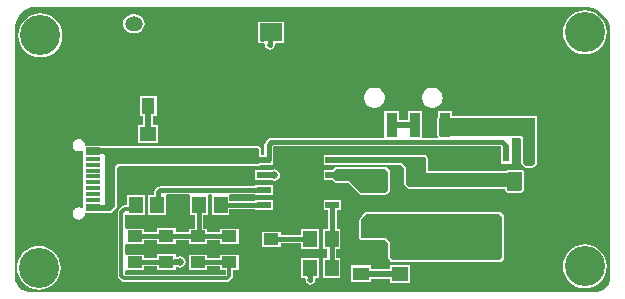
<source format=gtl>
G04*
G04 #@! TF.GenerationSoftware,Altium Limited,Altium Designer,20.0.13 (296)*
G04*
G04 Layer_Physical_Order=1*
G04 Layer_Color=255*
%FSLAX25Y25*%
%MOIN*%
G70*
G01*
G75*
%ADD16R,0.08346X0.05512*%
%ADD17R,0.02362X0.05709*%
%ADD18R,0.03622X0.07874*%
%ADD19R,0.13780X0.07874*%
%ADD20R,0.04331X0.05512*%
%ADD21R,0.05512X0.04331*%
%ADD22R,0.05512X0.04724*%
%ADD23R,0.04921X0.03937*%
%ADD24R,0.04724X0.05512*%
%ADD25R,0.09449X0.12992*%
%ADD26R,0.04724X0.02362*%
%ADD27R,0.07480X0.05906*%
%ADD48R,0.05118X0.01181*%
%ADD49C,0.01300*%
%ADD50C,0.01500*%
%ADD51C,0.02000*%
%ADD52O,0.06000X0.05000*%
%ADD53C,0.07087*%
%ADD54O,0.07087X0.03937*%
%ADD55O,0.07874X0.03937*%
%ADD56C,0.02000*%
%ADD57C,0.13386*%
%ADD58C,0.02500*%
G36*
X12000Y1000D02*
X194500Y1000D01*
X195362Y975D01*
X197043Y591D01*
X198616Y-114D01*
X200022Y-1113D01*
X201206Y-2366D01*
X202123Y-3827D01*
X202737Y-5438D01*
X203025Y-7138D01*
X203000Y-8000D01*
X203000D01*
Y-89000D01*
Y-89492D01*
X202808Y-90459D01*
X202431Y-91368D01*
X201884Y-92187D01*
X201187Y-92884D01*
X200368Y-93431D01*
X199459Y-93808D01*
X198493Y-94000D01*
X9500D01*
X9008Y-94000D01*
X8042Y-93808D01*
X7132Y-93431D01*
X6313Y-92884D01*
X5616Y-92187D01*
X5069Y-91368D01*
X4692Y-90459D01*
X4500Y-89492D01*
Y-89000D01*
X4500D01*
X4500Y-6000D01*
X4525Y-5286D01*
X4851Y-3895D01*
X5443Y-2594D01*
X6278Y-1434D01*
X7323Y-459D01*
X8537Y293D01*
X9876Y794D01*
X11286Y1025D01*
X12000Y1000D01*
D02*
G37*
%LPC*%
G36*
X44600Y-1473D02*
X43600D01*
X42791Y-1580D01*
X42037Y-1892D01*
X41389Y-2389D01*
X40892Y-3037D01*
X40580Y-3791D01*
X40473Y-4600D01*
X40580Y-5409D01*
X40892Y-6163D01*
X41389Y-6811D01*
X42037Y-7308D01*
X42791Y-7620D01*
X43600Y-7727D01*
X44600D01*
X45409Y-7620D01*
X46163Y-7308D01*
X46811Y-6811D01*
X47308Y-6163D01*
X47620Y-5409D01*
X47727Y-4600D01*
X47620Y-3791D01*
X47308Y-3037D01*
X46811Y-2389D01*
X46163Y-1892D01*
X45409Y-1580D01*
X44600Y-1473D01*
D02*
G37*
G36*
X94188Y-3947D02*
X85508D01*
Y-9570D01*
X85481Y-9703D01*
X85508Y-9836D01*
Y-11053D01*
X86725D01*
X86858Y-11079D01*
X86991Y-11053D01*
X87583D01*
X87901Y-11439D01*
X87869Y-11600D01*
X87993Y-12224D01*
X88346Y-12754D01*
X88876Y-13107D01*
X89500Y-13231D01*
X90124Y-13107D01*
X90654Y-12754D01*
X91007Y-12224D01*
X91131Y-11600D01*
X91099Y-11439D01*
X91417Y-11053D01*
X94188D01*
Y-3947D01*
D02*
G37*
G36*
X194500Y-172D02*
X193070Y-313D01*
X191696Y-730D01*
X190429Y-1407D01*
X189318Y-2318D01*
X188407Y-3429D01*
X187730Y-4696D01*
X187313Y-6070D01*
X187172Y-7500D01*
X187313Y-8930D01*
X187730Y-10304D01*
X188407Y-11571D01*
X189318Y-12682D01*
X190429Y-13593D01*
X191696Y-14270D01*
X193070Y-14687D01*
X194500Y-14828D01*
X195930Y-14687D01*
X197304Y-14270D01*
X198571Y-13593D01*
X199682Y-12682D01*
X200593Y-11571D01*
X201270Y-10304D01*
X201687Y-8930D01*
X201828Y-7500D01*
X201687Y-6070D01*
X201270Y-4696D01*
X200593Y-3429D01*
X199682Y-2318D01*
X198571Y-1407D01*
X197304Y-730D01*
X195930Y-313D01*
X194500Y-172D01*
D02*
G37*
G36*
X13000Y-1172D02*
X11570Y-1313D01*
X10196Y-1730D01*
X8929Y-2407D01*
X7818Y-3318D01*
X6907Y-4429D01*
X6230Y-5696D01*
X5813Y-7070D01*
X5672Y-8500D01*
X5813Y-9930D01*
X6230Y-11304D01*
X6907Y-12571D01*
X7818Y-13682D01*
X8929Y-14593D01*
X10196Y-15270D01*
X11570Y-15687D01*
X13000Y-15828D01*
X14430Y-15687D01*
X15804Y-15270D01*
X17071Y-14593D01*
X18182Y-13682D01*
X19093Y-12571D01*
X19770Y-11304D01*
X20187Y-9930D01*
X20328Y-8500D01*
X20187Y-7070D01*
X19770Y-5696D01*
X19093Y-4429D01*
X18182Y-3318D01*
X17071Y-2407D01*
X15804Y-1730D01*
X14430Y-1313D01*
X13000Y-1172D01*
D02*
G37*
G36*
X144009Y-25882D02*
X143283D01*
X143202Y-25916D01*
X143115Y-25904D01*
X142414Y-26092D01*
X142345Y-26146D01*
X142258Y-26157D01*
X141629Y-26520D01*
X141576Y-26590D01*
X141495Y-26623D01*
X140981Y-27136D01*
X140948Y-27217D01*
X140878Y-27271D01*
X140515Y-27899D01*
X140504Y-27986D01*
X140451Y-28056D01*
X140263Y-28757D01*
X140274Y-28844D01*
X140241Y-28925D01*
Y-29650D01*
X140274Y-29732D01*
X140263Y-29818D01*
X140451Y-30519D01*
X140504Y-30589D01*
X140515Y-30676D01*
X140878Y-31304D01*
X140948Y-31358D01*
X140981Y-31439D01*
X141495Y-31952D01*
X141576Y-31986D01*
X141629Y-32055D01*
X142257Y-32418D01*
X142345Y-32430D01*
X142414Y-32483D01*
X143115Y-32671D01*
X143202Y-32659D01*
X143283Y-32693D01*
X144009D01*
X144090Y-32659D01*
X144177Y-32671D01*
X144878Y-32483D01*
X144948Y-32430D01*
X145034Y-32418D01*
X145663Y-32055D01*
X145716Y-31986D01*
X145797Y-31952D01*
X146310Y-31439D01*
X146344Y-31358D01*
X146414Y-31304D01*
X146776Y-30676D01*
X146788Y-30589D01*
X146841Y-30519D01*
X147029Y-29818D01*
X147018Y-29732D01*
X147051Y-29650D01*
Y-28925D01*
X147018Y-28844D01*
X147029Y-28757D01*
X146841Y-28056D01*
X146788Y-27986D01*
X146776Y-27899D01*
X146414Y-27271D01*
X146344Y-27217D01*
X146310Y-27136D01*
X145797Y-26623D01*
X145716Y-26590D01*
X145663Y-26520D01*
X145035Y-26157D01*
X144948Y-26146D01*
X144878Y-26092D01*
X144177Y-25904D01*
X144090Y-25916D01*
X144009Y-25882D01*
D02*
G37*
G36*
X124717D02*
X123991D01*
X123910Y-25916D01*
X123823Y-25904D01*
X123122Y-26092D01*
X123053Y-26146D01*
X122966Y-26157D01*
X122337Y-26520D01*
X122284Y-26590D01*
X122203Y-26623D01*
X121689Y-27136D01*
X121656Y-27217D01*
X121586Y-27271D01*
X121223Y-27899D01*
X121212Y-27986D01*
X121159Y-28056D01*
X120971Y-28757D01*
X120982Y-28844D01*
X120949Y-28925D01*
Y-29650D01*
X120982Y-29732D01*
X120971Y-29818D01*
X121159Y-30519D01*
X121212Y-30589D01*
X121223Y-30676D01*
X121586Y-31304D01*
X121656Y-31358D01*
X121689Y-31439D01*
X122203Y-31952D01*
X122284Y-31986D01*
X122337Y-32055D01*
X122966Y-32418D01*
X123053Y-32430D01*
X123122Y-32483D01*
X123823Y-32671D01*
X123910Y-32659D01*
X123991Y-32693D01*
X124717D01*
X124798Y-32659D01*
X124885Y-32671D01*
X125586Y-32483D01*
X125655Y-32430D01*
X125742Y-32418D01*
X126371Y-32055D01*
X126424Y-31986D01*
X126505Y-31952D01*
X127018Y-31439D01*
X127052Y-31358D01*
X127122Y-31304D01*
X127485Y-30676D01*
X127496Y-30589D01*
X127549Y-30519D01*
X127737Y-29818D01*
X127726Y-29732D01*
X127759Y-29650D01*
Y-28925D01*
X127726Y-28844D01*
X127737Y-28757D01*
X127549Y-28056D01*
X127496Y-27986D01*
X127485Y-27899D01*
X127122Y-27271D01*
X127052Y-27217D01*
X127018Y-27136D01*
X126505Y-26623D01*
X126424Y-26590D01*
X126371Y-26520D01*
X125742Y-26157D01*
X125655Y-26146D01*
X125586Y-26092D01*
X124885Y-25904D01*
X124798Y-25916D01*
X124717Y-25882D01*
D02*
G37*
G36*
X150190Y-33810D02*
X145368D01*
Y-35958D01*
X145351Y-36000D01*
Y-42000D01*
X145368Y-42042D01*
Y-42624D01*
X140348D01*
Y-33810D01*
X135526D01*
Y-36715D01*
X132474D01*
Y-33810D01*
X127652D01*
Y-42624D01*
X89946D01*
X89420Y-42728D01*
X88973Y-43027D01*
X88094Y-43905D01*
X87796Y-44352D01*
X87691Y-44879D01*
Y-48219D01*
X86649D01*
Y-46500D01*
X86459Y-46041D01*
X85959Y-45541D01*
X85500Y-45351D01*
X85500Y-45351D01*
X34500D01*
X34500Y-45351D01*
X33573D01*
Y-45270D01*
X27795D01*
Y-44848D01*
X27745Y-44728D01*
Y-44599D01*
X27536Y-44093D01*
X27444Y-44002D01*
X27395Y-43882D01*
X27007Y-43495D01*
X26888Y-43445D01*
X26796Y-43354D01*
X26290Y-43144D01*
X26161D01*
X26041Y-43095D01*
X25493D01*
X25374Y-43144D01*
X25245D01*
X24738Y-43354D01*
X24647Y-43445D01*
X24528Y-43494D01*
X24140Y-43882D01*
X24091Y-44001D01*
X23999Y-44093D01*
X23789Y-44599D01*
Y-44729D01*
X23740Y-44848D01*
Y-45396D01*
X23789Y-45515D01*
Y-45645D01*
X23999Y-46151D01*
X24091Y-46242D01*
X24140Y-46362D01*
X24528Y-46749D01*
X24647Y-46799D01*
X24738Y-46890D01*
X25245Y-47100D01*
X25374D01*
X25493Y-47149D01*
X26041D01*
X26161Y-47100D01*
X26290D01*
X26754Y-46908D01*
X27015Y-47001D01*
X27181Y-47084D01*
X27254Y-47156D01*
Y-52770D01*
Y-56707D01*
Y-60644D01*
Y-64581D01*
X27255D01*
Y-65845D01*
X27181Y-65916D01*
X27015Y-66000D01*
X26755Y-66092D01*
X26290Y-65900D01*
X26161D01*
X26041Y-65851D01*
X25493D01*
X25374Y-65900D01*
X25245D01*
X24738Y-66110D01*
X24647Y-66201D01*
X24528Y-66250D01*
X24140Y-66638D01*
X24091Y-66758D01*
X23999Y-66849D01*
X23789Y-67355D01*
Y-67485D01*
X23740Y-67604D01*
Y-68152D01*
X23789Y-68271D01*
Y-68401D01*
X23999Y-68907D01*
X24091Y-68998D01*
X24140Y-69118D01*
X24528Y-69505D01*
X24647Y-69555D01*
X24738Y-69646D01*
X25245Y-69856D01*
X25374D01*
X25493Y-69905D01*
X26041D01*
X26161Y-69856D01*
X26290D01*
X26796Y-69646D01*
X26888Y-69555D01*
X27007Y-69505D01*
X27395Y-69118D01*
X27444Y-68998D01*
X27536Y-68907D01*
X27745Y-68401D01*
Y-68271D01*
X27795Y-68152D01*
Y-67729D01*
X33573D01*
Y-67649D01*
X36500D01*
X36959Y-67459D01*
X38459Y-65959D01*
X38649Y-65500D01*
Y-52600D01*
X39100Y-52149D01*
X39500D01*
X85500D01*
X85959Y-51959D01*
X86137Y-51781D01*
X90418D01*
Y-49702D01*
X90444Y-49569D01*
X90444Y-49569D01*
Y-45449D01*
X90517Y-45376D01*
X166380D01*
X166452Y-45449D01*
Y-47443D01*
X166479Y-47576D01*
Y-51328D01*
X170041D01*
Y-44420D01*
Y-42859D01*
X170251Y-42649D01*
X172900D01*
X173351Y-43100D01*
X173351Y-51000D01*
X173541Y-51459D01*
X174541Y-52459D01*
X175000Y-52649D01*
X177000Y-52649D01*
X177459Y-52459D01*
X177459Y-52459D01*
X177459Y-52459D01*
X178459Y-51459D01*
X178567Y-51199D01*
X178649Y-51000D01*
Y-50750D01*
X178649Y-50750D01*
Y-43500D01*
X178649Y-36000D01*
X178459Y-35541D01*
X178000Y-35351D01*
X177500D01*
X177500Y-35351D01*
X177500Y-35351D01*
X150190Y-35351D01*
Y-33810D01*
D02*
G37*
G36*
X51765Y-28644D02*
X46235D01*
Y-35356D01*
X47321D01*
Y-38495D01*
X45550D01*
Y-44419D01*
X52261D01*
Y-38495D01*
X50584D01*
Y-35356D01*
X51765D01*
Y-28644D01*
D02*
G37*
G36*
X91000Y-53114D02*
X90428Y-53228D01*
X90418Y-53219D01*
Y-53219D01*
X89896D01*
X89806Y-53181D01*
X89759Y-53201D01*
X89709Y-53189D01*
X89659Y-53219D01*
X84493D01*
Y-56781D01*
X89659D01*
X89709Y-56811D01*
X89759Y-56799D01*
X89806Y-56818D01*
X89896Y-56781D01*
X90418D01*
Y-56781D01*
X90428Y-56773D01*
X91000Y-56886D01*
X91722Y-56743D01*
X92334Y-56334D01*
X92743Y-55722D01*
X92886Y-55000D01*
X92743Y-54278D01*
X92334Y-53666D01*
X91722Y-53257D01*
X91000Y-53114D01*
D02*
G37*
G36*
X113318Y-48219D02*
X107393D01*
Y-51781D01*
X113318D01*
Y-51649D01*
X133231D01*
X134351Y-52769D01*
Y-58000D01*
X134541Y-58459D01*
X135144Y-59063D01*
Y-59313D01*
X135394D01*
X135541Y-59459D01*
X136000Y-59649D01*
X167851D01*
Y-60000D01*
X168041Y-60459D01*
X168541Y-60959D01*
X169000Y-61149D01*
X173000D01*
X173459Y-60959D01*
X173959Y-60459D01*
X174149Y-60000D01*
Y-54000D01*
X173959Y-53541D01*
X173500Y-53351D01*
X169000D01*
X168541Y-53541D01*
X168231Y-53851D01*
X158856Y-53851D01*
Y-53782D01*
X152144D01*
Y-53851D01*
X150356D01*
Y-53782D01*
X143644D01*
Y-53851D01*
X142149D01*
Y-49500D01*
X141959Y-49041D01*
X141459Y-48541D01*
X141000Y-48351D01*
X113318D01*
Y-48219D01*
D02*
G37*
G36*
X128000Y-52351D02*
X111500D01*
X111041Y-52541D01*
X110363Y-53219D01*
X107393D01*
Y-56781D01*
X110363D01*
X111041Y-57459D01*
X111500Y-57649D01*
X115731D01*
X119541Y-61459D01*
X120000Y-61649D01*
X128000D01*
X128459Y-61459D01*
X129459Y-60459D01*
X129649Y-60000D01*
Y-54000D01*
X129459Y-53541D01*
X128459Y-52541D01*
X128000Y-52351D01*
D02*
G37*
G36*
X90418Y-58219D02*
X84493D01*
Y-58791D01*
X52911D01*
X52385Y-58896D01*
X51938Y-59194D01*
X51233Y-59899D01*
X50934Y-60346D01*
X50830Y-60873D01*
Y-61644D01*
X48943D01*
Y-68356D01*
X54868D01*
Y-61644D01*
X55326Y-61544D01*
X62536D01*
X62994Y-61644D01*
X62994Y-62044D01*
Y-68356D01*
X64580D01*
Y-72931D01*
X62439D01*
Y-74124D01*
X58061D01*
Y-72769D01*
X51939D01*
Y-74124D01*
X47561D01*
Y-72931D01*
X41774D01*
X41439Y-72931D01*
X41274Y-72500D01*
Y-68453D01*
X41370Y-68389D01*
X41857Y-68356D01*
Y-68356D01*
X47781D01*
Y-61644D01*
X41857D01*
Y-65140D01*
X41085D01*
X40598Y-65237D01*
X40184Y-65513D01*
X39099Y-66599D01*
X38822Y-67012D01*
X38726Y-67500D01*
Y-88621D01*
X38822Y-89109D01*
X39099Y-89522D01*
X39977Y-90401D01*
X40391Y-90677D01*
X40879Y-90775D01*
X75121D01*
X75609Y-90677D01*
X76022Y-90401D01*
X76901Y-89522D01*
X77178Y-89109D01*
X77275Y-88621D01*
Y-86730D01*
X79061D01*
Y-81594D01*
X72939D01*
Y-82786D01*
X68561D01*
Y-81594D01*
X62439D01*
Y-86730D01*
X68561D01*
Y-85539D01*
X72939D01*
Y-86730D01*
X74726D01*
Y-88093D01*
X74593Y-88226D01*
X41407D01*
X41274Y-88093D01*
Y-87162D01*
X41439Y-86730D01*
X41774Y-86730D01*
X47561D01*
Y-85457D01*
X51939D01*
Y-86568D01*
X58061D01*
Y-85864D01*
X58530Y-85606D01*
X58581Y-85611D01*
X58778Y-85743D01*
X59500Y-85886D01*
X60222Y-85743D01*
X60834Y-85334D01*
X61243Y-84722D01*
X61386Y-84000D01*
X61243Y-83278D01*
X60834Y-82666D01*
X60222Y-82257D01*
X59500Y-82114D01*
X58778Y-82257D01*
X58581Y-82389D01*
X58530Y-82394D01*
X58061Y-82136D01*
Y-81432D01*
X51939D01*
Y-82705D01*
X47561D01*
Y-81594D01*
X41774D01*
X41439Y-81594D01*
X41274Y-81162D01*
Y-78500D01*
X41439Y-78069D01*
X41774Y-78069D01*
X47561D01*
Y-76876D01*
X51939D01*
Y-77907D01*
X58061D01*
Y-76876D01*
X62439D01*
Y-78069D01*
X68561D01*
Y-76876D01*
X72939D01*
Y-78069D01*
X79061D01*
Y-72931D01*
X72939D01*
Y-74124D01*
X68561D01*
Y-72931D01*
X67333D01*
Y-68356D01*
X68919D01*
X68919Y-61644D01*
X69377Y-61544D01*
X69622D01*
X70081Y-61644D01*
X70081Y-62044D01*
Y-68356D01*
X76006D01*
Y-66376D01*
X84493D01*
Y-66781D01*
X90418D01*
Y-63219D01*
X84493D01*
Y-63624D01*
X76006D01*
X76006Y-61644D01*
X76464Y-61544D01*
X84493D01*
Y-61781D01*
X90418D01*
Y-58219D01*
D02*
G37*
G36*
X164000Y-67351D02*
X157000D01*
X121500Y-67351D01*
X121455Y-67369D01*
X121408Y-67357D01*
X121231Y-67462D01*
X121041Y-67541D01*
X121022Y-67586D01*
X120980Y-67610D01*
X119480Y-69610D01*
X119429Y-69810D01*
X119351Y-70000D01*
Y-76000D01*
X119541Y-76459D01*
X120000Y-76649D01*
X127731D01*
X128851Y-77769D01*
Y-82500D01*
X128933Y-82699D01*
X129041Y-82959D01*
X129644Y-83563D01*
Y-83919D01*
X130000D01*
X130041Y-83959D01*
X130041Y-83959D01*
Y-83959D01*
X130500Y-84149D01*
X130500Y-84149D01*
X130500Y-84149D01*
X164000Y-84149D01*
X166000D01*
X166459Y-83959D01*
X167459Y-82959D01*
X167649Y-82500D01*
Y-69000D01*
X167459Y-68541D01*
X166459Y-67541D01*
X166000Y-67351D01*
X164000D01*
X164000Y-67351D01*
D02*
G37*
G36*
X105919Y-73144D02*
X99994D01*
Y-75124D01*
X93061D01*
Y-73931D01*
X86939D01*
Y-79068D01*
X93061D01*
Y-77876D01*
X99994D01*
Y-79856D01*
X105919D01*
Y-73144D01*
D02*
G37*
G36*
X136356Y-85081D02*
X129644D01*
Y-86367D01*
X123356D01*
Y-85187D01*
X116644D01*
Y-90718D01*
X123356D01*
Y-89629D01*
X129644D01*
Y-91005D01*
X136356D01*
Y-85081D01*
D02*
G37*
G36*
X113318Y-63219D02*
X107393D01*
Y-66781D01*
X108979D01*
Y-73144D01*
X107081D01*
Y-79856D01*
X108667D01*
Y-82644D01*
X107081D01*
Y-89356D01*
X113005D01*
Y-82644D01*
X111420D01*
Y-79856D01*
X113005D01*
Y-73144D01*
X111732D01*
Y-66781D01*
X113318D01*
Y-63219D01*
D02*
G37*
G36*
X105919Y-82644D02*
X99994D01*
Y-89356D01*
X100987D01*
X101397Y-89856D01*
X101369Y-90000D01*
X101493Y-90624D01*
X101847Y-91154D01*
X102376Y-91507D01*
X103000Y-91631D01*
X103624Y-91507D01*
X104154Y-91154D01*
X104507Y-90624D01*
X104631Y-90000D01*
X104603Y-89856D01*
X105013Y-89356D01*
X105919D01*
Y-82644D01*
D02*
G37*
G36*
X194500Y-78172D02*
X193070Y-78313D01*
X191696Y-78730D01*
X190429Y-79407D01*
X189318Y-80318D01*
X188407Y-81429D01*
X187730Y-82696D01*
X187313Y-84070D01*
X187172Y-85500D01*
X187313Y-86930D01*
X187730Y-88304D01*
X188407Y-89571D01*
X189318Y-90682D01*
X190429Y-91593D01*
X191696Y-92270D01*
X193070Y-92687D01*
X194500Y-92828D01*
X195930Y-92687D01*
X197304Y-92270D01*
X198571Y-91593D01*
X199682Y-90682D01*
X200593Y-89571D01*
X201270Y-88304D01*
X201687Y-86930D01*
X201828Y-85500D01*
X201687Y-84070D01*
X201270Y-82696D01*
X200593Y-81429D01*
X199682Y-80318D01*
X198571Y-79407D01*
X197304Y-78730D01*
X195930Y-78313D01*
X194500Y-78172D01*
D02*
G37*
G36*
X12500Y-78672D02*
X11070Y-78813D01*
X9696Y-79230D01*
X8429Y-79907D01*
X7318Y-80818D01*
X6407Y-81929D01*
X5730Y-83196D01*
X5313Y-84570D01*
X5172Y-86000D01*
X5313Y-87430D01*
X5730Y-88804D01*
X6407Y-90071D01*
X7318Y-91182D01*
X8429Y-92093D01*
X9696Y-92770D01*
X11070Y-93187D01*
X12500Y-93328D01*
X13930Y-93187D01*
X15304Y-92770D01*
X16571Y-92093D01*
X17682Y-91182D01*
X18593Y-90071D01*
X19270Y-88804D01*
X19687Y-87430D01*
X19828Y-86000D01*
X19687Y-84570D01*
X19270Y-83196D01*
X18593Y-81929D01*
X17682Y-80818D01*
X16571Y-79907D01*
X15304Y-79230D01*
X13930Y-78813D01*
X12500Y-78672D01*
D02*
G37*
%LPD*%
G36*
X177500Y-36000D02*
X178000D01*
X178000Y-43500D01*
Y-50750D01*
X178000Y-50750D01*
Y-51000D01*
X177500Y-51500D01*
X177500Y-51500D01*
Y-51500D01*
X177000Y-52000D01*
X175000Y-52000D01*
X174000Y-51000D01*
X174000Y-42500D01*
X173500Y-42000D01*
X146000D01*
Y-36000D01*
X177500Y-36000D01*
Y-36000D01*
X177500Y-36000D01*
D02*
G37*
G36*
X34500Y-48500D02*
X34000Y-48000D01*
X32500Y-48000D01*
Y-46000D01*
X34500D01*
X34500Y-48500D01*
D02*
G37*
G36*
X86000Y-46500D02*
Y-51000D01*
X85500Y-51500D01*
X39500D01*
X38500Y-51500D01*
X38000Y-52000D01*
Y-65500D01*
X36500Y-67000D01*
X31000D01*
Y-65000D01*
X34500D01*
X34500Y-46000D01*
X85500D01*
X85500Y-46000D01*
X86000Y-46500D01*
D02*
G37*
G36*
X89818Y-53910D02*
X89854Y-53982D01*
X89913Y-54045D01*
X89997Y-54099D01*
X90089Y-54139D01*
X90107Y-54125D01*
Y-54146D01*
X90236Y-54183D01*
X90391Y-54212D01*
X90570Y-54233D01*
X90773Y-54246D01*
X91000Y-54250D01*
Y-55750D01*
X90773Y-55754D01*
X90391Y-55788D01*
X90236Y-55817D01*
X90107Y-55854D01*
Y-55875D01*
X90089Y-55861D01*
X89997Y-55901D01*
X89913Y-55955D01*
X89854Y-56018D01*
X89818Y-56090D01*
X89806Y-56169D01*
Y-55779D01*
X89636Y-55761D01*
X89391Y-55751D01*
X89250Y-55750D01*
Y-54250D01*
X89391Y-54249D01*
X89806Y-54220D01*
Y-53831D01*
X89818Y-53910D01*
D02*
G37*
G36*
X141500Y-49500D02*
Y-54500D01*
X168500Y-54500D01*
X169000Y-54000D01*
X173500D01*
Y-60000D01*
X173000Y-60500D01*
X169000D01*
X168500Y-60000D01*
Y-59000D01*
X136000D01*
X135000Y-58000D01*
Y-52500D01*
X133500Y-51000D01*
X112500D01*
Y-49000D01*
X141000D01*
X141500Y-49500D01*
D02*
G37*
G36*
X129000Y-54000D02*
Y-60000D01*
X128000Y-61000D01*
X120000D01*
X116000Y-57000D01*
X111500D01*
X110500Y-56000D01*
Y-54000D01*
X111500Y-53000D01*
X128000D01*
X129000Y-54000D01*
D02*
G37*
G36*
X57452Y-82643D02*
X57497Y-82770D01*
X57573Y-82882D01*
X57679Y-82980D01*
X57815Y-83062D01*
X57981Y-83130D01*
X58178Y-83183D01*
X58363Y-83213D01*
X58411Y-83205D01*
X58479Y-83189D01*
X58534Y-83170D01*
X58577Y-83149D01*
X58607Y-83125D01*
Y-83238D01*
X58661Y-83242D01*
X58949Y-83250D01*
Y-84750D01*
X58661Y-84758D01*
X58607Y-84762D01*
Y-84875D01*
X58577Y-84851D01*
X58534Y-84830D01*
X58479Y-84811D01*
X58411Y-84795D01*
X58363Y-84787D01*
X58178Y-84817D01*
X57981Y-84870D01*
X57815Y-84938D01*
X57679Y-85020D01*
X57573Y-85118D01*
X57497Y-85230D01*
X57452Y-85357D01*
X57437Y-85500D01*
Y-82500D01*
X57452Y-82643D01*
D02*
G37*
G36*
X164000Y-68000D02*
X166000D01*
X167000Y-69000D01*
Y-82500D01*
X166000Y-83500D01*
X164000D01*
X130500Y-83500D01*
X129500Y-82500D01*
Y-77500D01*
X128000Y-76000D01*
X120000D01*
Y-70000D01*
X121500Y-68000D01*
X157000Y-68000D01*
X164000D01*
Y-68000D01*
D02*
G37*
G36*
X104160Y-88745D02*
X104074Y-88783D01*
X103998Y-88846D01*
X103932Y-88935D01*
X103876Y-89049D01*
X103831Y-89188D01*
X103796Y-89353D01*
X103770Y-89543D01*
X103755Y-89759D01*
X103750Y-90000D01*
X102250D01*
X102245Y-89759D01*
X102204Y-89353D01*
X102169Y-89188D01*
X102123Y-89049D01*
X102068Y-88935D01*
X102002Y-88846D01*
X101926Y-88783D01*
X101840Y-88745D01*
X101744Y-88732D01*
X104256D01*
X104160Y-88745D01*
D02*
G37*
D16*
X124500Y-57016D02*
D03*
Y-72984D02*
D03*
D17*
X172000Y-57126D02*
D03*
X168260Y-47874D02*
D03*
X175740D02*
D03*
D18*
X147779Y-38347D02*
D03*
X137937D02*
D03*
X130063D02*
D03*
X120221D02*
D03*
D19*
X103980Y-30670D02*
D03*
Y-6654D02*
D03*
X164020D02*
D03*
Y-30670D02*
D03*
D20*
X181453Y-39000D02*
D03*
X175547D02*
D03*
X49000Y-32000D02*
D03*
X54905D02*
D03*
D21*
X144000Y-81047D02*
D03*
Y-86953D02*
D03*
X155500Y-62453D02*
D03*
Y-56547D02*
D03*
X147000Y-62453D02*
D03*
Y-56547D02*
D03*
X138500Y-62453D02*
D03*
Y-56547D02*
D03*
X120000Y-87953D02*
D03*
Y-82047D02*
D03*
X76906Y-48740D02*
D03*
Y-42835D02*
D03*
D22*
X64000Y-41457D02*
D03*
Y-48543D02*
D03*
X48906D02*
D03*
Y-41457D02*
D03*
X133000Y-80957D02*
D03*
Y-88043D02*
D03*
D23*
X90000Y-85162D02*
D03*
Y-76500D02*
D03*
X55000Y-84000D02*
D03*
Y-75338D02*
D03*
X44500Y-75500D02*
D03*
Y-84162D02*
D03*
X76000D02*
D03*
Y-75500D02*
D03*
X65500D02*
D03*
Y-84162D02*
D03*
D24*
X110043Y-76500D02*
D03*
X102957D02*
D03*
X44819Y-65000D02*
D03*
X51906D02*
D03*
X65957Y-65000D02*
D03*
X73043D02*
D03*
X110043Y-86000D02*
D03*
X102957D02*
D03*
D25*
X98905Y-57500D02*
D03*
D26*
X110355Y-50000D02*
D03*
Y-55000D02*
D03*
Y-60000D02*
D03*
Y-65000D02*
D03*
X87455D02*
D03*
Y-60000D02*
D03*
Y-55000D02*
D03*
Y-50000D02*
D03*
D27*
X89848Y-7500D02*
D03*
X58352D02*
D03*
D48*
X30413Y-43311D02*
D03*
Y-44492D02*
D03*
Y-46461D02*
D03*
Y-47642D02*
D03*
Y-49610D02*
D03*
Y-51579D02*
D03*
Y-53547D02*
D03*
Y-55516D02*
D03*
Y-57484D02*
D03*
Y-59453D02*
D03*
Y-63390D02*
D03*
Y-68508D02*
D03*
Y-69689D02*
D03*
Y-61420D02*
D03*
X30413Y-65358D02*
D03*
Y-66539D02*
D03*
D49*
X40000Y-88621D02*
Y-67500D01*
X40879Y-89500D02*
X75121D01*
X40000Y-88621D02*
X40879Y-89500D01*
X40000Y-67500D02*
X41085Y-66415D01*
X43404D01*
X76000Y-88621D02*
Y-84162D01*
X75121Y-89500D02*
X76000Y-88621D01*
D50*
X43404Y-66415D02*
X44819Y-65000D01*
X89500Y-11600D02*
Y-8752D01*
X90300Y-7952D01*
X89848Y-7500D02*
X90300Y-7952D01*
X147000Y-56547D02*
X155500D01*
X138500D02*
X147000D01*
X103000Y-90000D02*
Y-86043D01*
X102957Y-86000D02*
X103000Y-86043D01*
X87455Y-55000D02*
X91000D01*
X87455Y-55000D02*
X87455Y-55000D01*
X167829Y-47443D02*
Y-44879D01*
X89068Y-49569D02*
Y-44879D01*
X166950Y-44000D02*
X167829Y-44879D01*
X89068D02*
X89946Y-44000D01*
X166950D01*
X167829Y-47443D02*
X168260Y-47874D01*
X55000Y-84000D02*
X59500D01*
X44500Y-75500D02*
X65500D01*
X65957Y-75043D02*
Y-65000D01*
X65500Y-75500D02*
X65957Y-75043D01*
X65500Y-75500D02*
X76000D01*
X87288Y-60168D02*
X87455Y-60000D01*
X52911Y-60168D02*
X87288D01*
X52206Y-64699D02*
Y-60873D01*
X51906Y-65000D02*
X52206Y-64699D01*
Y-60873D02*
X52911Y-60168D01*
X44500Y-84162D02*
X44581Y-84081D01*
X54919D01*
X55000Y-84000D01*
X65500Y-84162D02*
X76000D01*
X87455Y-50000D02*
X88637D01*
X89068Y-49569D01*
X110043Y-76500D02*
X110355Y-76188D01*
Y-65000D01*
X110043Y-86000D02*
Y-76500D01*
X171569Y-56547D02*
X172000Y-56978D01*
Y-57126D02*
Y-56978D01*
X86858Y-9703D02*
X89061Y-7500D01*
X89848D01*
X90000Y-76500D02*
X102957D01*
X102957Y-76500D01*
X73043Y-65000D02*
X87455D01*
X73043Y-65000D02*
X73043Y-65000D01*
D51*
X130063Y-38347D02*
X137937D01*
X132955Y-87998D02*
X133000Y-88043D01*
X120045Y-87998D02*
X132955D01*
X120000Y-87953D02*
X120045Y-87998D01*
X116000Y-55000D02*
X118016Y-57016D01*
X48906Y-41457D02*
X48953Y-41409D01*
Y-32047D01*
X49000Y-32000D01*
X147000Y-57047D02*
X147024Y-57024D01*
X110355Y-50000D02*
X110404Y-49951D01*
D52*
X44100Y-4600D02*
D03*
X33000D02*
D03*
D53*
X162157Y-75500D02*
D03*
X172000D02*
D03*
D54*
X11397Y-39492D02*
D03*
Y-73508D02*
D03*
D55*
X27854D02*
D03*
Y-39492D02*
D03*
D56*
X42700Y-50000D02*
D03*
X39500D02*
D03*
X42700Y-47400D02*
D03*
X39500D02*
D03*
X89500Y-11600D02*
D03*
X96000Y-56500D02*
D03*
X99000D02*
D03*
Y-59500D02*
D03*
X103000Y-90000D02*
D03*
X96000Y-59500D02*
D03*
D57*
X194500Y-7500D02*
D03*
Y-85500D02*
D03*
X13000Y-8500D02*
D03*
X12500Y-86000D02*
D03*
D58*
X91000Y-55000D02*
D03*
X59500Y-84000D02*
D03*
M02*

</source>
